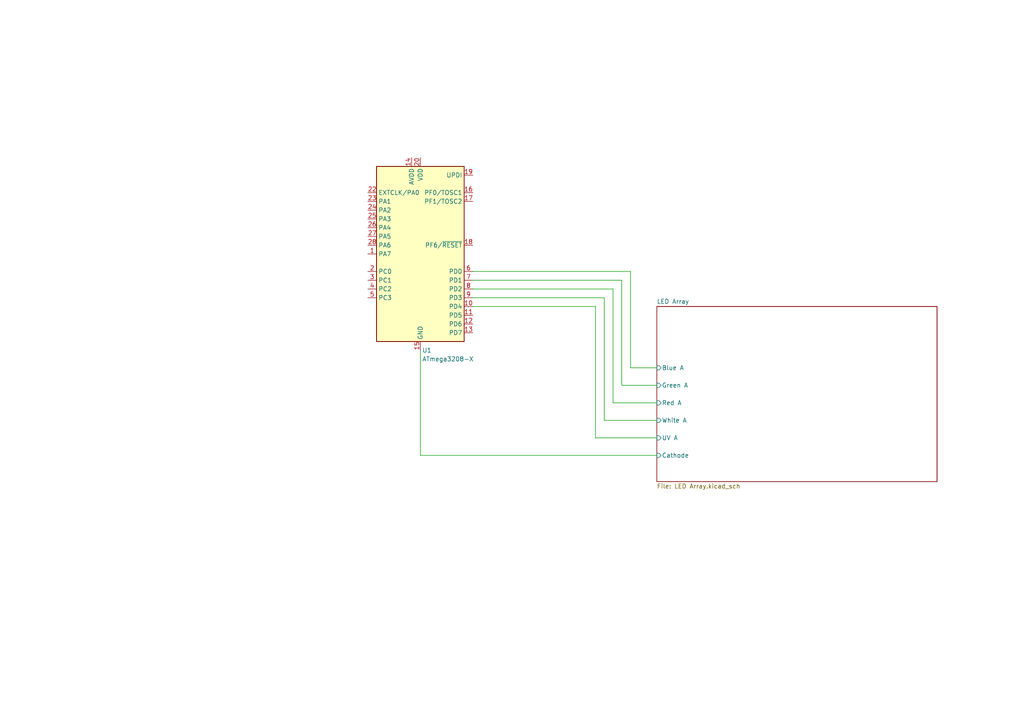
<source format=kicad_sch>
(kicad_sch (version 20211123) (generator eeschema)
  (paper "A4")
  (lib_symbols
    (symbol "MCU_Microchip_ATmega:ATmega3208-X"
      (property "Reference" "U" (at -12.7 26.67 0))
      (property "Value" "ATmega3208-X" (at 2.54 -26.67 0))
      (symbol "ATmega3208-X_0_1"
        (rectangle (start -12.7 -25.4) (end 12.7 25.4) (stroke (width 0.254)) (fill (type background)))
      )
      (symbol "ATmega3208-X_1_1"
        (pin bidirectional line (at 15.24 0 180) (length 2.54) (name "PA7") (number "1"))
        (pin bidirectional line (at -15.24 -15.24 0) (length 2.54) (name "PD4") (number "10"))
        (pin bidirectional line (at -15.24 -17.78 0) (length 2.54) (name "PD5") (number "11"))
        (pin bidirectional line (at -15.24 -20.32 0) (length 2.54) (name "PD6") (number "12"))
        (pin bidirectional line (at -15.24 -22.86 0) (length 2.54) (name "PD7") (number "13"))
        (pin power_in line (at 2.54 27.94 270) (length 2.54) (name "AVDD") (number "14"))
        (pin power_in line (at 0 -27.94 90) (length 2.54) (name "GND") (number "15"))
        (pin bidirectional line (at -15.24 17.78 0) (length 2.54) (name "PF0/TOSC1") (number "16"))
        (pin bidirectional line (at -15.24 15.24 0) (length 2.54) (name "PF1/TOSC2") (number "17"))
        (pin bidirectional line (at -15.24 2.54 0) (length 2.54) (name "PF6/~{RESET}") (number "18"))
        (pin bidirectional line (at -15.24 22.86 0) (length 2.54) (name "UPDI") (number "19"))
        (pin bidirectional line (at 15.24 -5.08 180) (length 2.54) (name "PC0") (number "2"))
        (pin power_in line (at 0 27.94 270) (length 2.54) (name "VDD") (number "20"))
        (pin passive line (at 0 -27.94 90) (length 2.54) hide (name "GND") (number "21"))
        (pin bidirectional line (at 15.24 17.78 180) (length 2.54) (name "EXTCLK/PA0") (number "22"))
        (pin bidirectional line (at 15.24 15.24 180) (length 2.54) (name "PA1") (number "23"))
        (pin bidirectional line (at 15.24 12.7 180) (length 2.54) (name "PA2") (number "24"))
        (pin bidirectional line (at 15.24 10.16 180) (length 2.54) (name "PA3") (number "25"))
        (pin bidirectional line (at 15.24 7.62 180) (length 2.54) (name "PA4") (number "26"))
        (pin bidirectional line (at 15.24 5.08 180) (length 2.54) (name "PA5") (number "27"))
        (pin bidirectional line (at 15.24 2.54 180) (length 2.54) (name "PA6") (number "28"))
        (pin bidirectional line (at 15.24 -7.62 180) (length 2.54) (name "PC1") (number "3"))
        (pin bidirectional line (at 15.24 -10.16 180) (length 2.54) (name "PC2") (number "4"))
        (pin bidirectional line (at 15.24 -12.7 180) (length 2.54) (name "PC3") (number "5"))
        (pin bidirectional line (at -15.24 -5.08 0) (length 2.54) (name "PD0") (number "6"))
        (pin bidirectional line (at -15.24 -7.62 0) (length 2.54) (name "PD1") (number "7"))
        (pin bidirectional line (at -15.24 -10.16 0) (length 2.54) (name "PD2") (number "8"))
        (pin bidirectional line (at -15.24 -12.7 0) (length 2.54) (name "PD3") (number "9"))
      )
    )
  )
  (wire (pts (xy 177.8 83.82) (xy 177.8 116.84)))
  (wire (pts (xy 175.26 121.92) (xy 190.5 121.92)))
  (wire (pts (xy 137.16 78.74) (xy 182.88 78.74)))
  (wire (pts (xy 172.72 127) (xy 190.5 127)))
  (wire (pts (xy 137.16 83.82) (xy 177.8 83.82)))
  (wire (pts (xy 175.26 86.36) (xy 175.26 121.92)))
  (wire (pts (xy 137.16 86.36) (xy 175.26 86.36)))
  (wire (pts (xy 182.88 106.68) (xy 190.5 106.68)))
  (wire (pts (xy 182.88 78.74) (xy 182.88 106.68)))
  (wire (pts (xy 137.16 81.28) (xy 180.34 81.28)))
  (wire (pts (xy 137.16 88.9) (xy 172.72 88.9)))
  (wire (pts (xy 180.34 111.76) (xy 190.5 111.76)))
  (wire (pts (xy 180.34 81.28) (xy 180.34 111.76)))
  (wire (pts (xy 172.72 88.9) (xy 172.72 127)))
  (wire (pts (xy 177.8 116.84) (xy 190.5 116.84)))
  (wire (pts (xy 121.92 132.08) (xy 190.5 132.08)))
  (wire (pts (xy 121.92 101.6) (xy 121.92 132.08)))
  (symbol (lib_id "MCU_Microchip_ATmega:ATmega3208-X") (at 121.92 73.66 0) (mirror y) (unit 1)
    (property "Reference" "U1" (at 122.4406 101.6 0) (effects (justify right)))
    (property "Value" "ATmega3208-X" (at 122.4406 104.14 0) (effects (justify right)))
    (property "Footprint" "Package_SO:SSOP-28_5.3x10.2mm_P0.65mm" (effects hide))
    (property "Datasheet" "http://ww1.microchip.com/downloads/en/DeviceDoc/40002018A.pdf" (effects hide))
  )
  (sheet (at 190.5 88.9) (size 81.28 50.8) (stroke (width 0.1524))
    (property "Sheet name" "LED Array" (at 190.5 88.1884 0) (effects (justify left bottom)))
    (property "Sheet file" "LED Array.kicad_sch" (at 190.5 140.2846 0) (effects (justify left top)))
    (pin "Cathode" input (at 190.5 132.08 180))
    (pin "UV A" input (at 190.5 127 180))
    (pin "White A" input (at 190.5 121.92 180))
    (pin "Red A" input (at 190.5 116.84 180))
    (pin "Green A" input (at 190.5 111.76 180))
    (pin "Blue A" input (at 190.5 106.68 180))
  )
)
</source>
